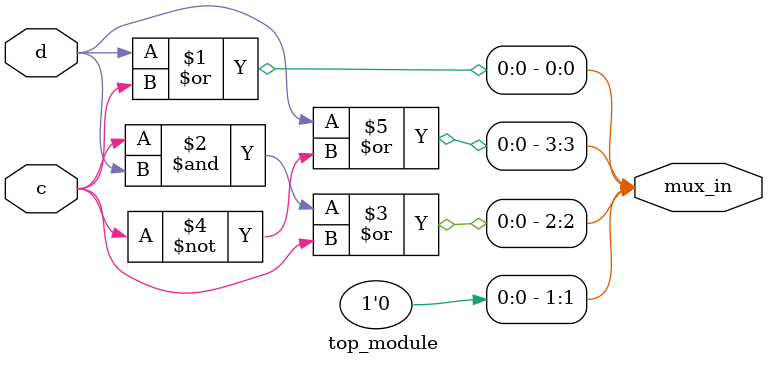
<source format=sv>
module top_module (
    input c,
    input d,
    output [3:0] mux_in
);
    // mux_in[0], corresponding to ab=00
    assign mux_in[0] = d | c;

    // mux_in[1], corresponding to ab=01
    assign mux_in[1] = 0;

    // mux_in[2], corresponding to ab=11
    assign mux_in[2] = (c & d) | c;

    // mux_in[3], corresponding to ab=10
    assign mux_in[3] = d | ~c;

endmodule

</source>
